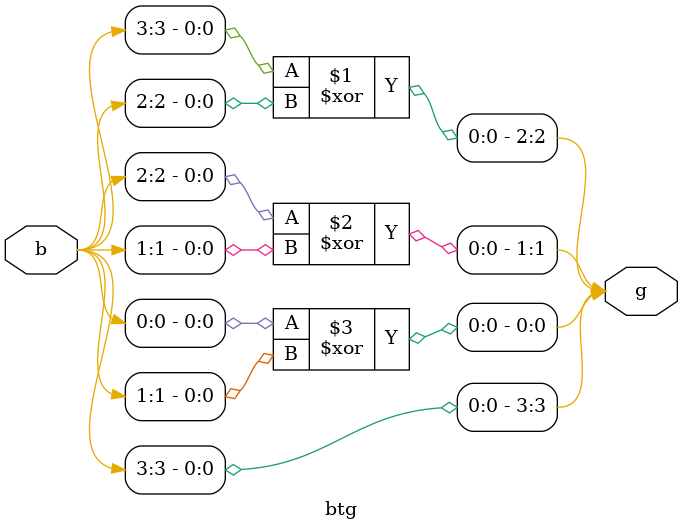
<source format=v>
module btg(input [3:0]b,
           output [3:0]g);
		   
	assign g[3]=b[3];
	assign g[2]=b[3]^b[2];
	assign g[1]=b[2]^b[1];
	assign g[0]=b[0]^b[1];
	
endmodule
	
		   
</source>
